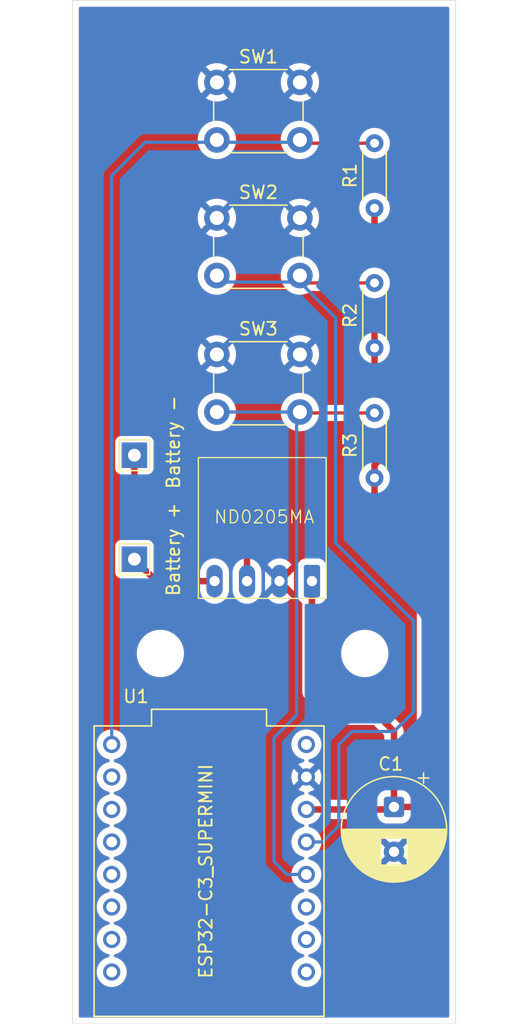
<source format=kicad_pcb>
(kicad_pcb (version 20241229) (generator "pcbnew") (generator_version "9.0")
  (layers (0 "F.Cu" signal) (2 "B.Cu" signal) (13 "F.Paste" user) (15 "B.Paste" user) (5 "F.SilkS" user "F.Silkscreen") (7 "B.SilkS" user "B.Silkscreen") (1 "F.Mask" user) (3 "B.Mask" user) (25 "Edge.Cuts" user))
  (net 0 "")
  (net 1 "Net-(J1-Pin_1)")
  (net 2 "Net-(J2-Pin_1)")
  (net 3 "3V3")
  (net 4 "GND")
  (net 5 "Net-(U1-GPIO5)")
  (net 6 "Net-(U1-GPIO4)")
  (net 7 "Net-(U1-GPIO3)")
  (footprint "Button_Switch_THT:SW_PUSH_6mm_H5mm" (layer "F.Cu") (at 150.726 59.508)
    (property "Reference" "SW1" (at 3.25 -2 0) (layer "F.SilkS"))
    (property "Value" "UP")
    (fp_line (start -0.25 1.5) (end -0.25 3) (stroke (width 0.12)) (layer "F.SilkS"))
    (fp_line (start 1 5.5) (end 5.5 5.5) (stroke (width 0.12)) (layer "F.SilkS"))
    (fp_line (start 5.5 -1) (end 1 -1) (stroke (width 0.12)) (layer "F.SilkS"))
    (fp_line (start 6.75 3) (end 6.75 1.5) (stroke (width 0.12)) (layer "F.SilkS"))
    (pad "1" thru_hole circle (at 0 0 90) (size 2 2) (drill 1.1) (layers "*.Cu" "*.Mask") (net 4 "GND"))
    (pad "1" thru_hole circle (at 6.5 0 90) (size 2 2) (drill 1.1) (layers "*.Cu" "*.Mask") (net 4 "GND"))
    (pad "2" thru_hole circle (at 0 4.5 90) (size 2 2) (drill 1.1) (layers "*.Cu" "*.Mask") (net 5 "Net-(U1-GPIO5)"))
    (pad "2" thru_hole circle (at 6.5 4.5 90) (size 2 2) (drill 1.1) (layers "*.Cu" "*.Mask") (net 5 "Net-(U1-GPIO5)"))
  )
  (footprint "Resistor_THT:R_Axial_DIN0204_L3.6mm_D1.6mm_P5.08mm_Horizontal" (layer "F.Cu") (at 163.068 69.342 90)
    (property "Reference" "R1" (at 2.54 -1.92 90) (layer "F.SilkS"))
    (property "Value" "10k")
    (fp_line (start 0.62 -0.92) (end 4.46 -0.92) (stroke (width 0.12)) (layer "F.SilkS"))
    (fp_line (start 0.62 0.92) (end 4.46 0.92) (stroke (width 0.12)) (layer "F.SilkS"))
    (pad "1" thru_hole circle (at 0 0 90) (size 1.4 1.4) (drill 0.7) (layers "*.Cu" "*.Mask") (net 3 "3V3"))
    (pad "2" thru_hole circle (at 5.08 0 90) (size 1.4 1.4) (drill 0.7) (layers "*.Cu" "*.Mask") (net 5 "Net-(U1-GPIO5)"))
  )
  (footprint "TestPoint:TestPoint_THTPad_2.0x2.0mm_Drill1.0mm" (layer "F.Cu") (at 144.272 96.774)
    (property "Reference" "J1")
    (property "Value" "Battery +" (at 3.048 -0.762 90) (layer "F.SilkS"))
    (fp_line (start -1.2 -1.2) (end 1.2 -1.2) (stroke (width 0.12)) (layer "F.SilkS"))
    (fp_line (start -1.2 1.2) (end -1.2 -1.2) (stroke (width 0.12)) (layer "F.SilkS"))
    (fp_line (start 1.2 -1.2) (end 1.2 1.2) (stroke (width 0.12)) (layer "F.SilkS"))
    (fp_line (start 1.2 1.2) (end -1.2 1.2) (stroke (width 0.12)) (layer "F.SilkS"))
    (pad "1" thru_hole rect (at 0 0) (size 2 2) (drill 1) (layers "*.Cu" "*.Mask") (net 1 "Net-(J1-Pin_1)"))
  )
  (footprint "Customs:MODULE_ESP32-C3_SUPERMINI_TH" (layer "F.Cu") (at 150.114 121.152)
    (property "Reference" "U1" (at -5.715 -13.6525 0) (layer "F.SilkS"))
    (property "Value" "ESP32-C3_SUPERMINI" (at -0.254 0.006 270) (layer "F.SilkS"))
    (fp_line (start -9 11.35) (end -9 -11.35) (stroke (width 0.127)) (layer "F.SilkS"))
    (fp_line (start -4.5 -12.65) (end -4.5 -11.35) (stroke (width 0.127)) (layer "F.SilkS"))
    (fp_line (start -4.5 -11.35) (end -9 -11.35) (stroke (width 0.127)) (layer "F.SilkS"))
    (fp_line (start 4.5 -12.65) (end -4.5 -12.65) (stroke (width 0.127)) (layer "F.SilkS"))
    (fp_line (start 4.5 -12.65) (end 4.5 -11.35) (stroke (width 0.127)) (layer "F.SilkS"))
    (fp_line (start 9 -11.35) (end 4.5 -11.35) (stroke (width 0.127)) (layer "F.SilkS"))
    (fp_line (start 9 11.35) (end -9 11.35) (stroke (width 0.127)) (layer "F.SilkS"))
    (fp_line (start 9 11.35) (end 9 -11.35) (stroke (width 0.127)) (layer "F.SilkS"))
    (pad "0" thru_hole circle (at 7.62 7.88) (size 1.348 1.348) (drill 0.84) (layers "*.Cu" "*.Mask"))
    (pad "1" thru_hole circle (at 7.62 5.34) (size 1.348 1.348) (drill 0.84) (layers "*.Cu" "*.Mask"))
    (pad "2" thru_hole circle (at 7.62 2.8) (size 1.348 1.348) (drill 0.84) (layers "*.Cu" "*.Mask"))
    (pad "3" thru_hole circle (at 7.62 0.26) (size 1.348 1.348) (drill 0.84) (layers "*.Cu" "*.Mask") (net 7 "Net-(U1-GPIO3)"))
    (pad "3.3" thru_hole circle (at 7.62 -4.82) (size 1.348 1.348) (drill 0.84) (layers "*.Cu" "*.Mask") (net 3 "3V3"))
    (pad "4" thru_hole circle (at 7.62 -2.28) (size 1.348 1.348) (drill 0.84) (layers "*.Cu" "*.Mask") (net 6 "Net-(U1-GPIO4)"))
    (pad "5" thru_hole circle (at -7.62 -9.9) (size 1.348 1.348) (drill 0.84) (layers "*.Cu" "*.Mask") (net 5 "Net-(U1-GPIO5)"))
    (pad "5V" thru_hole circle (at 7.62 -9.9) (size 1.348 1.348) (drill 0.84) (layers "*.Cu" "*.Mask"))
    (pad "6" thru_hole circle (at -7.62 -7.36) (size 1.348 1.348) (drill 0.84) (layers "*.Cu" "*.Mask"))
    (pad "7" thru_hole circle (at -7.62 -4.82) (size 1.348 1.348) (drill 0.84) (layers "*.Cu" "*.Mask"))
    (pad "8" thru_hole circle (at -7.62 -2.28) (size 1.348 1.348) (drill 0.84) (layers "*.Cu" "*.Mask"))
    (pad "9" thru_hole circle (at -7.62 0.26) (size 1.348 1.348) (drill 0.84) (layers "*.Cu" "*.Mask"))
    (pad "10" thru_hole circle (at -7.62 2.8) (size 1.348 1.348) (drill 0.84) (layers "*.Cu" "*.Mask"))
    (pad "20" thru_hole circle (at -7.62 5.34) (size 1.348 1.348) (drill 0.84) (layers "*.Cu" "*.Mask"))
    (pad "21" thru_hole circle (at -7.62 7.88) (size 1.348 1.348) (drill 0.84) (layers "*.Cu" "*.Mask"))
    (pad "G" thru_hole circle (at 7.62 -7.36) (size 1.348 1.348) (drill 0.84) (layers "*.Cu" "*.Mask") (net 4 "GND"))
  )
  (footprint "Customs:ND0205MA" (layer "F.Cu") (at 149.278 88.834)
    (property "Reference" "ND0205MA" (at 5.154 4.638 0) (layer "F.SilkS") (effects (font (thickness 0.1))))
    (property "Value" "~")
    (fp_rect (start 0 0) (end 10 11) (stroke (width 0.1)) (fill no) (layer "F.SilkS"))
    (pad "1" thru_hole oval (at 1.27 9.652 90) (size 2.54 1.27) (drill 0.8) (layers "*.Cu" "*.Mask") (net 1 "Net-(J1-Pin_1)"))
    (pad "2" thru_hole oval (at 3.81 9.652 90) (size 2.54 1.27) (drill 0.8) (layers "*.Cu" "*.Mask") (net 2 "Net-(J2-Pin_1)"))
    (pad "3" thru_hole oval (at 6.35 9.652 90) (size 2.54 1.27) (drill 0.8) (layers "*.Cu" "*.Mask") (net 4 "GND"))
    (pad "4" thru_hole roundrect (at 8.89 9.652 90) (size 2.54 1.27) (drill 0.8) (layers "*.Cu" "*.Mask") (roundrect_rratio 0.15) (net 3 "3V3"))
  )
  (footprint "Resistor_THT:R_Axial_DIN0204_L3.6mm_D1.6mm_P5.08mm_Horizontal" (layer "F.Cu") (at 163.068 80.264 90)
    (property "Reference" "R2" (at 2.54 -1.92 90) (layer "F.SilkS"))
    (property "Value" "10k")
    (fp_line (start 0.62 -0.92) (end 4.46 -0.92) (stroke (width 0.12)) (layer "F.SilkS"))
    (fp_line (start 0.62 0.92) (end 4.46 0.92) (stroke (width 0.12)) (layer "F.SilkS"))
    (pad "1" thru_hole circle (at 0 0 90) (size 1.4 1.4) (drill 0.7) (layers "*.Cu" "*.Mask") (net 3 "3V3"))
    (pad "2" thru_hole circle (at 5.08 0 90) (size 1.4 1.4) (drill 0.7) (layers "*.Cu" "*.Mask") (net 6 "Net-(U1-GPIO4)"))
  )
  (footprint "MountingHole:MountingHole_3.2mm_M3_DIN965" (layer "F.Cu") (at 146.304 104.14)
    (property "Reference" "REF**" (hide yes))
    (property "Value" "MountingHole_3.2mm_M3_DIN965")
    (pad "" np_thru_hole circle (at 0 0) (size 3.2 3.2) (drill 3.2) (layers "*.Cu" "*.Mask"))
  )
  (footprint "Capacitor_THT:CP_Radial_D8.0mm_P3.50mm" (layer "F.Cu") (at 164.592 116.134 -90)
    (property "Reference" "C1" (at -3.358 0.254 180) (layer "F.SilkS"))
    (property "Value" "1000uF")
    (fp_line (start 2.47 1.04) (end 2.47 4.017) (stroke (width 0.12)) (layer "F.SilkS"))
    (fp_line (start 2.51 1.04) (end 2.51 4.009) (stroke (width 0.12)) (layer "F.SilkS"))
    (fp_line (start 2.55 1.04) (end 2.55 4.002) (stroke (width 0.12)) (layer "F.SilkS"))
    (fp_line (start 2.59 1.04) (end 2.59 3.993) (stroke (width 0.12)) (layer "F.SilkS"))
    (fp_line (start 2.63 1.04) (end 2.63 3.985) (stroke (width 0.12)) (layer "F.SilkS"))
    (fp_line (start 2.67 1.04) (end 2.67 3.976) (stroke (width 0.12)) (layer "F.SilkS"))
    (fp_line (start 2.71 1.04) (end 2.71 3.967) (stroke (width 0.12)) (layer "F.SilkS"))
    (fp_line (start 2.75 1.04) (end 2.75 3.957) (stroke (width 0.12)) (layer "F.SilkS"))
    (fp_line (start 2.79 1.04) (end 2.79 3.947) (stroke (width 0.12)) (layer "F.SilkS"))
    (fp_line (start 2.83 1.04) (end 2.83 3.936) (stroke (width 0.12)) (layer "F.SilkS"))
    (fp_line (start 2.87 1.04) (end 2.87 3.925) (stroke (width 0.12)) (layer "F.SilkS"))
    (fp_line (start 2.91 1.04) (end 2.91 3.913) (stroke (width 0.12)) (layer "F.SilkS"))
    (fp_line (start 2.95 1.04) (end 2.95 3.901) (stroke (width 0.12)) (layer "F.SilkS"))
    (fp_line (start 2.99 1.04) (end 2.99 3.889) (stroke (width 0.12)) (layer "F.SilkS"))
    (fp_line (start 3.03 1.04) (end 3.03 3.876) (stroke (width 0.12)) (layer "F.SilkS"))
    (fp_line (start 3.07 1.04) (end 3.07 3.863) (stroke (width 0.12)) (layer "F.SilkS"))
    (fp_line (start 3.11 1.04) (end 3.11 3.849) (stroke (width 0.12)) (layer "F.SilkS"))
    (fp_line (start 3.15 1.04) (end 3.15 3.835) (stroke (width 0.12)) (layer "F.SilkS"))
    (fp_line (start 3.19 1.04) (end 3.19 3.82) (stroke (width 0.12)) (layer "F.SilkS"))
    (fp_line (start 3.23 1.04) (end 3.23 3.805) (stroke (width 0.12)) (layer "F.SilkS"))
    (fp_line (start 3.27 1.04) (end 3.27 3.789) (stroke (width 0.12)) (layer "F.SilkS"))
    (fp_line (start 3.31 1.04) (end 3.31 3.773) (stroke (width 0.12)) (layer "F.SilkS"))
    (fp_line (start 3.35 1.04) (end 3.35 3.757) (stroke (width 0.12)) (layer "F.SilkS"))
    (fp_line (start 3.39 1.04) (end 3.39 3.74) (stroke (width 0.12)) (layer "F.SilkS"))
    (fp_line (start 3.43 1.04) (end 3.43 3.722) (stroke (width 0.12)) (layer "F.SilkS"))
    (fp_line (start 3.47 1.04) (end 3.47 3.704) (stroke (width 0.12)) (layer "F.SilkS"))
    (fp_line (start 3.51 1.04) (end 3.51 3.685) (stroke (width 0.12)) (layer "F.SilkS"))
    (fp_line (start 3.55 1.04) (end 3.55 3.666) (stroke (width 0.12)) (layer "F.SilkS"))
    (fp_line (start 3.59 1.04) (end 3.59 3.646) (stroke (width 0.12)) (layer "F.SilkS"))
    (fp_line (start 3.63 1.04) (end 3.63 3.626) (stroke (width 0.12)) (layer "F.SilkS"))
    (fp_line (start 3.67 1.04) (end 3.67 3.605) (stroke (width 0.12)) (layer "F.SilkS"))
    (fp_line (start 3.71 1.04) (end 3.71 3.584) (stroke (width 0.12)) (layer "F.SilkS"))
    (fp_line (start 3.75 1.04) (end 3.75 3.562) (stroke (width 0.12)) (layer "F.SilkS"))
    (fp_line (start 3.79 1.04) (end 3.79 3.539) (stroke (width 0.12)) (layer "F.SilkS"))
    (fp_line (start 3.83 1.04) (end 3.83 3.516) (stroke (width 0.12)) (layer "F.SilkS"))
    (fp_line (start 3.87 1.04) (end 3.87 3.493) (stroke (width 0.12)) (layer "F.SilkS"))
    (fp_line (start 3.91 1.04) (end 3.91 3.468) (stroke (width 0.12)) (layer "F.SilkS"))
    (fp_line (start 3.95 1.04) (end 3.95 3.443) (stroke (width 0.12)) (layer "F.SilkS"))
    (fp_line (start 3.99 1.04) (end 3.99 3.418) (stroke (width 0.12)) (layer "F.SilkS"))
    (fp_line (start 4.03 1.04) (end 4.03 3.392) (stroke (width 0.12)) (layer "F.SilkS"))
    (fp_line (start 4.07 1.04) (end 4.07 3.365) (stroke (width 0.12)) (layer "F.SilkS"))
    (fp_line (start 4.11 1.04) (end 4.11 3.337) (stroke (width 0.12)) (layer "F.SilkS"))
    (fp_line (start 4.15 1.04) (end 4.15 3.309) (stroke (width 0.12)) (layer "F.SilkS"))
    (fp_line (start 4.19 1.04) (end 4.19 3.28) (stroke (width 0.12)) (layer "F.SilkS"))
    (fp_line (start 4.23 1.04) (end 4.23 3.25) (stroke (width 0.12)) (layer "F.SilkS"))
    (fp_line (start 4.27 1.04) (end 4.27 3.219) (stroke (width 0.12)) (layer "F.SilkS"))
    (fp_line (start 4.31 1.04) (end 4.31 3.188) (stroke (width 0.12)) (layer "F.SilkS"))
    (fp_line (start 4.35 1.04) (end 4.35 3.156) (stroke (width 0.12)) (layer "F.SilkS"))
    (fp_line (start 4.39 1.04) (end 4.39 3.123) (stroke (width 0.12)) (layer "F.SilkS"))
    (fp_line (start 4.43 1.04) (end 4.43 3.089) (stroke (width 0.12)) (layer "F.SilkS"))
    (fp_line (start 4.47 1.04) (end 4.47 3.055) (stroke (width 0.12)) (layer "F.SilkS"))
    (fp_line (start 4.51 1.04) (end 4.51 3.019) (stroke (width 0.12)) (layer "F.SilkS"))
    (fp_line (start 5.83 -0.533) (end 5.83 0.533) (stroke (width 0.12)) (layer "F.SilkS"))
    (fp_line (start 5.79 -0.768) (end 5.79 0.768) (stroke (width 0.12)) (layer "F.SilkS"))
    (fp_line (start 5.75 -0.947) (end 5.75 0.947) (stroke (width 0.12)) (layer "F.SilkS"))
    (fp_line (start 5.71 -1.097) (end 5.71 1.097) (stroke (width 0.12)) (layer "F.SilkS"))
    (fp_line (start 5.67 -1.228) (end 5.67 1.228) (stroke (width 0.12)) (layer "F.SilkS"))
    (fp_line (start 5.63 -1.346) (end 5.63 1.346) (stroke (width 0.12)) (layer "F.SilkS"))
    (fp_line (start 5.59 -1.453) (end 5.59 1.453) (stroke (width 0.12)) (layer "F.SilkS"))
    (fp_line (start 5.55 -1.552) (end 5.55 1.552) (stroke (width 0.12)) (layer "F.SilkS"))
    (fp_line (start 5.51 -1.644) (end 5.51 1.644) (stroke (width 0.12)) (layer "F.SilkS"))
    (fp_line (start 5.47 -1.731) (end 5.47 1.731) (stroke (width 0.12)) (layer "F.SilkS"))
    (fp_line (start 5.43 -1.813) (end 5.43 1.813) (stroke (width 0.12)) (layer "F.SilkS"))
    (fp_line (start 5.39 -1.89) (end 5.39 1.89) (stroke (width 0.12)) (layer "F.SilkS"))
    (fp_line (start 5.35 -1.964) (end 5.35 1.964) (stroke (width 0.12)) (layer "F.SilkS"))
    (fp_line (start 5.31 -2.034) (end 5.31 2.034) (stroke (width 0.12)) (layer "F.SilkS"))
    (fp_line (start 5.27 -2.101) (end 5.27 2.101) (stroke (width 0.12)) (layer "F.SilkS"))
    (fp_line (start 5.23 -2.165) (end 5.23 2.165) (stroke (width 0.12)) (layer "F.SilkS"))
    (fp_line (start 5.19 -2.227) (end 5.19 2.227) (stroke (width 0.12)) (layer "F.SilkS"))
    (fp_line (start 5.15 -2.287) (end 5.15 2.287) (stroke (width 0.12)) (layer "F.SilkS"))
    (fp_line (start -2.659698 -2.315) (end -1.859698 -2.315) (stroke (width 0.12)) (layer "F.SilkS"))
    (fp_line (start 5.11 -2.344) (end 5.11 2.344) (stroke (width 0.12)) (layer "F.SilkS"))
    (fp_line (start 5.07 -2.4) (end 5.07 2.4) (stroke (width 0.12)) (layer "F.SilkS"))
    (fp_line (start 5.03 -2.453) (end 5.03 2.453) (stroke (width 0.12)) (layer "F.SilkS"))
    (fp_line (start 4.99 -2.505) (end 4.99 2.505) (stroke (width 0.12)) (layer "F.SilkS"))
    (fp_line (start 4.95 -2.555) (end 4.95 2.555) (stroke (width 0.12)) (layer "F.SilkS"))
    (fp_line (start 4.91 -2.604) (end 4.91 2.604) (stroke (width 0.12)) (layer "F.SilkS"))
    (fp_line (start 4.87 -2.651) (end 4.87 2.651) (stroke (width 0.12)) (layer "F.SilkS"))
    (fp_line (start 4.83 -2.696) (end 4.83 2.696) (stroke (width 0.12)) (layer "F.SilkS"))
    (fp_line (start -2.259698 -2.715) (end -2.259698 -1.915) (stroke (width 0.12)) (layer "F.SilkS"))
    (fp_line (start 4.79 -2.741) (end 4.79 2.741) (stroke (width 0.12)) (layer "F.SilkS"))
    (fp_line (start 4.75 -2.784) (end 4.75 2.784) (stroke (width 0.12)) (layer "F.SilkS"))
    (fp_line (start 4.71 -2.826) (end 4.71 2.826) (stroke (width 0.12)) (layer "F.SilkS"))
    (fp_line (start 4.67 -2.867) (end 4.67 2.867) (stroke (width 0.12)) (layer "F.SilkS"))
    (fp_line (start 4.63 -2.906) (end 4.63 2.906) (stroke (width 0.12)) (layer "F.SilkS"))
    (fp_line (start 4.59 -2.945) (end 4.59 2.945) (stroke (width 0.12)) (layer "F.SilkS"))
    (fp_line (start 4.55 -2.982) (end 4.55 2.982) (stroke (width 0.12)) (layer "F.SilkS"))
    (fp_line (start 4.51 -3.019) (end 4.51 -1.04) (stroke (width 0.12)) (layer "F.SilkS"))
    (fp_line (start 4.47 -3.055) (end 4.47 -1.04) (stroke (width 0.12)) (layer "F.SilkS"))
    (fp_line (start 4.43 -3.089) (end 4.43 -1.04) (stroke (width 0.12)) (layer "F.SilkS"))
    (fp_line (start 4.39 -3.123) (end 4.39 -1.04) (stroke (width 0.12)) (layer "F.SilkS"))
    (fp_line (start 4.35 -3.156) (end 4.35 -1.04) (stroke (width 0.12)) (layer "F.SilkS"))
    (fp_line (start 4.31 -3.188) (end 4.31 -1.04) (stroke (width 0.12)) (layer "F.SilkS"))
    (fp_line (start 4.27 -3.219) (end 4.27 -1.04) (stroke (width 0.12)) (layer "F.SilkS"))
    (fp_line (start 4.23 -3.25) (end 4.23 -1.04) (stroke (width 0.12)) (layer "F.SilkS"))
    (fp_line (start 4.19 -3.28) (end 4.19 -1.04) (stroke (width 0.12)) (layer "F.SilkS"))
    (fp_line (start 4.15 -3.309) (end 4.15 -1.04) (stroke (width 0.12)) (layer "F.SilkS"))
    (fp_line (start 4.11 -3.337) (end 4.11 -1.04) (stroke (width 0.12)) (layer "F.SilkS"))
    (fp_line (start 4.07 -3.365) (end 4.07 -1.04) (stroke (width 0.12)) (layer "F.SilkS"))
    (fp_line (start 4.03 -3.392) (end 4.03 -1.04) (stroke (width 0.12)) (layer "F.SilkS"))
    (fp_line (start 3.99 -3.418) (end 3.99 -1.04) (stroke (width 0.12)) (layer "F.SilkS"))
    (fp_line (start 3.95 -3.443) (end 3.95 -1.04) (stroke (width 0.12)) (layer "F.SilkS"))
    (fp_line (start 3.91 -3.468) (end 3.91 -1.04) (stroke (width 0.12)) (layer "F.SilkS"))
    (fp_line (start 3.87 -3.493) (end 3.87 -1.04) (stroke (width 0.12)) (layer "F.SilkS"))
    (fp_line (start 3.83 -3.516) (end 3.83 -1.04) (stroke (width 0.12)) (layer "F.SilkS"))
    (fp_line (start 3.79 -3.539) (end 3.79 -1.04) (stroke (width 0.12)) (layer "F.SilkS"))
    (fp_line (start 3.75 -3.562) (end 3.75 -1.04) (stroke (width 0.12)) (layer "F.SilkS"))
    (fp_line (start 3.71 -3.584) (end 3.71 -1.04) (stroke (width 0.12)) (layer "F.SilkS"))
    (fp_line (start 3.67 -3.605) (end 3.67 -1.04) (stroke (width 0.12)) (layer "F.SilkS"))
    (fp_line (start 3.63 -3.626) (end 3.63 -1.04) (stroke (width 0.12)) (layer "F.SilkS"))
    (fp_line (start 3.59 -3.646) (end 3.59 -1.04) (stroke (width 0.12)) (layer "F.SilkS"))
    (fp_line (start 3.55 -3.666) (end 3.55 -1.04) (stroke (width 0.12)) (layer "F.SilkS"))
    (fp_line (start 3.51 -3.685) (end 3.51 -1.04) (stroke (width 0.12)) (layer "F.SilkS"))
    (fp_line (start 3.47 -3.704) (end 3.47 -1.04) (stroke (width 0.12)) (layer "F.SilkS"))
    (fp_line (start 3.43 -3.722) (end 3.43 -1.04) (stroke (width 0.12)) (layer "F.SilkS"))
    (fp_line (start 3.39 -3.74) (end 3.39 -1.04) (stroke (width 0.12)) (layer "F.SilkS"))
    (fp_line (start 3.35 -3.757) (end 3.35 -1.04) (stroke (width 0.12)) (layer "F.SilkS"))
    (fp_line (start 3.31 -3.773) (end 3.31 -1.04) (stroke (width 0.12)) (layer "F.SilkS"))
    (fp_line (start 3.27 -3.789) (end 3.27 -1.04) (stroke (width 0.12)) (layer "F.SilkS"))
    (fp_line (start 3.23 -3.805) (end 3.23 -1.04) (stroke (width 0.12)) (layer "F.SilkS"))
    (fp_line (start 3.19 -3.82) (end 3.19 -1.04) (stroke (width 0.12)) (layer "F.SilkS"))
    (fp_line (start 3.15 -3.835) (end 3.15 -1.04) (stroke (width 0.12)) (layer "F.SilkS"))
    (fp_line (start 3.11 -3.849) (end 3.11 -1.04) (stroke (width 0.12)) (layer "F.SilkS"))
    (fp_line (start 3.07 -3.863) (end 3.07 -1.04) (stroke (width 0.12)) (layer "F.SilkS"))
    (fp_line (start 3.03 -3.876) (end 3.03 -1.04) (stroke (width 0.12)) (layer "F.SilkS"))
    (fp_line (start 2.99 -3.889) (end 2.99 -1.04) (stroke (width 0.12)) (layer "F.SilkS"))
    (fp_line (start 2.95 -3.901) (end 2.95 -1.04) (stroke (width 0.12)) (layer "F.SilkS"))
    (fp_line (start 2.91 -3.913) (end 2.91 -1.04) (stroke (width 0.12)) (layer "F.SilkS"))
    (fp_line (start 2.87 -3.925) (end 2.87 -1.04) (stroke (width 0.12)) (layer "F.SilkS"))
    (fp_line (start 2.83 -3.936) (end 2.83 -1.04) (stroke (width 0.12)) (layer "F.SilkS"))
    (fp_line (start 2.79 -3.947) (end 2.79 -1.04) (stroke (width 0.12)) (layer "F.SilkS"))
    (fp_line (start 2.75 -3.957) (end 2.75 -1.04) (stroke (width 0.12)) (layer "F.SilkS"))
    (fp_line (start 2.71 -3.967) (end 2.71 -1.04) (stroke (width 0.12)) (layer "F.SilkS"))
    (fp_line (start 2.67 -3.976) (end 2.67 -1.04) (stroke (width 0.12)) (layer "F.SilkS"))
    (fp_line (start 2.63 -3.985) (end 2.63 -1.04) (stroke (width 0.12)) (layer "F.SilkS"))
    (fp_line (start 2.59 -3.993) (end 2.59 -1.04) (stroke (width 0.12)) (layer "F.SilkS"))
    (fp_line (start 2.55 -4.002) (end 2.55 -1.04) (stroke (width 0.12)) (layer "F.SilkS"))
    (fp_line (start 2.51 -4.009) (end 2.51 -1.04) (stroke (width 0.12)) (layer "F.SilkS"))
    (fp_line (start 2.47 -4.017) (end 2.47 -1.04) (stroke (width 0.12)) (layer "F.SilkS"))
    (fp_line (start 2.43 -4.023) (end 2.43 4.023) (stroke (width 0.12)) (layer "F.SilkS"))
    (fp_line (start 2.39 -4.03) (end 2.39 4.03) (stroke (width 0.12)) (layer "F.SilkS"))
    (fp_line (start 2.35 -4.036) (end 2.35 4.036) (stroke (width 0.12)) (layer "F.SilkS"))
    (fp_line (start 2.31 -4.042) (end 2.31 4.042) (stroke (width 0.12)) (layer "F.SilkS"))
    (fp_line (start 2.27 -4.047) (end 2.27 4.047) (stroke (width 0.12)) (layer "F.SilkS"))
    (fp_line (start 2.23 -4.052) (end 2.23 4.052) (stroke (width 0.12)) (layer "F.SilkS"))
    (fp_line (start 2.19 -4.056) (end 2.19 4.056) (stroke (width 0.12)) (layer "F.SilkS"))
    (fp_line (start 2.15 -4.061) (end 2.15 4.061) (stroke (width 0.12)) (layer "F.SilkS"))
    (fp_line (start 2.11 -4.064) (end 2.11 4.064) (stroke (width 0.12)) (layer "F.SilkS"))
    (fp_line (start 2.07 -4.068) (end 2.07 4.068) (stroke (width 0.12)) (layer "F.SilkS"))
    (fp_line (start 2.03 -4.07) (end 2.03 4.07) (stroke (width 0.12)) (layer "F.SilkS"))
    (fp_line (start 1.99 -4.073) (end 1.99 4.073) (stroke (width 0.12)) (layer "F.SilkS"))
    (fp_line (start 1.95 -4.075) (end 1.95 4.075) (stroke (width 0.12)) (layer "F.SilkS"))
    (fp_line (start 1.91 -4.077) (end 1.91 4.077) (stroke (width 0.12)) (layer "F.SilkS"))
    (fp_line (start 1.87 -4.078) (end 1.87 4.078) (stroke (width 0.12)) (layer "F.SilkS"))
    (fp_line (start 1.83 -4.079) (end 1.83 4.079) (stroke (width 0.12)) (layer "F.SilkS"))
    (fp_line (start 1.75 -4.08) (end 1.75 4.08) (stroke (width 0.12)) (layer "F.SilkS"))
    (fp_line (start 1.79 -4.08) (end 1.79 4.08) (stroke (width 0.12)) (layer "F.SilkS"))
    (fp_circle (center 1.75 0) (end 5.87 0) (stroke (width 0.12)) (fill no) (layer "F.SilkS"))
    (pad "1" thru_hole roundrect (at 0 0 270) (size 1.6 1.6) (drill 0.8) (layers "*.Cu" "*.Mask") (roundrect_rratio 0.15625) (net 3 "3V3"))
    (pad "2" thru_hole circle (at 3.5 0 270) (size 1.6 1.6) (drill 0.8) (layers "*.Cu" "*.Mask") (net 4 "GND"))
  )
  (footprint "TestPoint:TestPoint_THTPad_2.0x2.0mm_Drill1.0mm" (layer "F.Cu") (at 144.272 88.646)
    (property "Reference" "J2")
    (property "Value" "Battery -" (at 3.048 -1.016 90) (layer "F.SilkS"))
    (fp_line (start -1.2 -1.2) (end 1.2 -1.2) (stroke (width 0.12)) (layer "F.SilkS"))
    (fp_line (start -1.2 1.2) (end -1.2 -1.2) (stroke (width 0.12)) (layer "F.SilkS"))
    (fp_line (start 1.2 -1.2) (end 1.2 1.2) (stroke (width 0.12)) (layer "F.SilkS"))
    (fp_line (start 1.2 1.2) (end -1.2 1.2) (stroke (width 0.12)) (layer "F.SilkS"))
    (pad "1" thru_hole rect (at 0 0) (size 2 2) (drill 1) (layers "*.Cu" "*.Mask") (net 2 "Net-(J2-Pin_1)"))
  )
  (footprint "Button_Switch_THT:SW_PUSH_6mm_H5mm" (layer "F.Cu") (at 150.726 70.104)
    (property "Reference" "SW2" (at 3.25 -2 0) (layer "F.SilkS"))
    (property "Value" "STOP")
    (fp_line (start -0.25 1.5) (end -0.25 3) (stroke (width 0.12)) (layer "F.SilkS"))
    (fp_line (start 1 5.5) (end 5.5 5.5) (stroke (width 0.12)) (layer "F.SilkS"))
    (fp_line (start 5.5 -1) (end 1 -1) (stroke (width 0.12)) (layer "F.SilkS"))
    (fp_line (start 6.75 3) (end 6.75 1.5) (stroke (width 0.12)) (layer "F.SilkS"))
    (pad "1" thru_hole circle (at 0 0 90) (size 2 2) (drill 1.1) (layers "*.Cu" "*.Mask") (net 4 "GND"))
    (pad "1" thru_hole circle (at 6.5 0 90) (size 2 2) (drill 1.1) (layers "*.Cu" "*.Mask") (net 4 "GND"))
    (pad "2" thru_hole circle (at 0 4.5 90) (size 2 2) (drill 1.1) (layers "*.Cu" "*.Mask") (net 6 "Net-(U1-GPIO4)"))
    (pad "2" thru_hole circle (at 6.5 4.5 90) (size 2 2) (drill 1.1) (layers "*.Cu" "*.Mask") (net 6 "Net-(U1-GPIO4)"))
  )
  (footprint "Button_Switch_THT:SW_PUSH_6mm_H5mm" (layer "F.Cu") (at 150.726 80.772)
    (property "Reference" "SW3" (at 3.25 -2 0) (layer "F.SilkS"))
    (property "Value" "DOWN")
    (fp_line (start -0.25 1.5) (end -0.25 3) (stroke (width 0.12)) (layer "F.SilkS"))
    (fp_line (start 1 5.5) (end 5.5 5.5) (stroke (width 0.12)) (layer "F.SilkS"))
    (fp_line (start 5.5 -1) (end 1 -1) (stroke (width 0.12)) (layer "F.SilkS"))
    (fp_line (start 6.75 3) (end 6.75 1.5) (stroke (width 0.12)) (layer "F.SilkS"))
    (pad "1" thru_hole circle (at 0 0 90) (size 2 2) (drill 1.1) (layers "*.Cu" "*.Mask") (net 4 "GND"))
    (pad "1" thru_hole circle (at 6.5 0 90) (size 2 2) (drill 1.1) (layers "*.Cu" "*.Mask") (net 4 "GND"))
    (pad "2" thru_hole circle (at 0 4.5 90) (size 2 2) (drill 1.1) (layers "*.Cu" "*.Mask") (net 7 "Net-(U1-GPIO3)"))
    (pad "2" thru_hole circle (at 6.5 4.5 90) (size 2 2) (drill 1.1) (layers "*.Cu" "*.Mask") (net 7 "Net-(U1-GPIO3)"))
  )
  (footprint "MountingHole:MountingHole_3.2mm_M3_DIN965" (layer "F.Cu") (at 162.306 104.14)
    (property "Reference" "REF**" (hide yes))
    (property "Value" "MountingHole_3.2mm_M3_DIN965")
    (pad "" np_thru_hole circle (at 0 0) (size 3.2 3.2) (drill 3.2) (layers "*.Cu" "*.Mask"))
  )
  (footprint "Resistor_THT:R_Axial_DIN0204_L3.6mm_D1.6mm_P5.08mm_Horizontal" (layer "F.Cu") (at 163.068 90.424 90)
    (property "Reference" "R3" (at 2.54 -1.92 90) (layer "F.SilkS"))
    (property "Value" "10k")
    (fp_line (start 0.62 -0.92) (end 4.46 -0.92) (stroke (width 0.12)) (layer "F.SilkS"))
    (fp_line (start 0.62 0.92) (end 4.46 0.92) (stroke (width 0.12)) (layer "F.SilkS"))
    (pad "1" thru_hole circle (at 0 0 90) (size 1.4 1.4) (drill 0.7) (layers "*.Cu" "*.Mask") (net 3 "3V3"))
    (pad "2" thru_hole circle (at 5.08 0 90) (size 1.4 1.4) (drill 0.7) (layers "*.Cu" "*.Mask") (net 7 "Net-(U1-GPIO3)"))
  )
  (gr_rect (start 139.418 53.096) (end 169.418 133.096) (stroke (width 0.05)) (fill no) (layer "Edge.Cuts"))
  (segment (start 145.984 98.486) (end 144.272 96.774) (width 0.508) (layer "F.Cu") (net 1))
  (segment (start 150.548 98.486) (end 145.984 98.486) (width 0.508) (layer "F.Cu") (net 1))
  (segment (start 144.272 88.646) (end 144.272 90.678) (width 0.508) (layer "F.Cu") (net 2))
  (segment (start 144.272 90.678) (end 146.05 92.456) (width 0.508) (layer "F.Cu") (net 2))
  (segment (start 151.13 92.456) (end 153.088 94.414) (width 0.508) (layer "F.Cu") (net 2))
  (segment (start 153.088 94.414) (end 153.088 98.486) (width 0.508) (layer "F.Cu") (net 2))
  (segment (start 146.05 92.456) (end 151.13 92.456) (width 0.508) (layer "F.Cu") (net 2))
  (segment (start 163.068 81.534) (end 163.068 80.264) (width 0.508) (layer "F.Cu") (net 3))
  (segment (start 163.068 78.74) (end 165.608 76.2) (width 0.508) (layer "F.Cu") (net 3))
  (segment (start 163.068 80.264) (end 163.068 78.74) (width 0.508) (layer "F.Cu") (net 3))
  (segment (start 160.02 108.966) (end 163.322 108.966) (width 0.508) (layer "F.Cu") (net 3))
  (segment (start 164.592 110.236) (end 164.592 116.134) (width 0.508) (layer "F.Cu") (net 3))
  (segment (start 165.608 76.2) (end 165.608 73.152) (width 0.508) (layer "F.Cu") (net 3))
  (segment (start 164.592 116.134) (end 166.314 116.134) (width 0.508) (layer "F.Cu") (net 3))
  (segment (start 166.314 116.134) (end 167.132 115.316) (width 0.508) (layer "F.Cu") (net 3))
  (segment (start 165.608 86.868) (end 165.608 84.074) (width 0.508) (layer "F.Cu") (net 3))
  (segment (start 164.592 116.134) (end 164.14 116.134) (width 0.508) (layer "F.Cu") (net 3))
  (segment (start 165.608 73.152) (end 163.068 70.612) (width 0.508) (layer "F.Cu") (net 3))
  (segment (start 163.068 94.996) (end 163.068 90.424) (width 0.508) (layer "F.Cu") (net 3))
  (segment (start 164.14 116.134) (end 163.942 116.332) (width 0.508) (layer "F.Cu") (net 3))
  (segment (start 163.068 70.612) (end 163.068 69.342) (width 0.508) (layer "F.Cu") (net 3))
  (segment (start 163.322 108.966) (end 164.592 110.236) (width 0.508) (layer "F.Cu") (net 3))
  (segment (start 158.168 107.114) (end 160.02 108.966) (width 0.508) (layer "F.Cu") (net 3))
  (segment (start 165.608 84.074) (end 163.068 81.534) (width 0.508) (layer "F.Cu") (net 3))
  (segment (start 163.942 116.332) (end 157.734 116.332) (width 0.508) (layer "F.Cu") (net 3))
  (segment (start 163.068 89.408) (end 165.608 86.868) (width 0.508) (layer "F.Cu") (net 3))
  (segment (start 167.132 99.06) (end 163.068 94.996) (width 0.508) (layer "F.Cu") (net 3))
  (segment (start 167.132 115.316) (end 167.132 99.06) (width 0.508) (layer "F.Cu") (net 3))
  (segment (start 158.168 98.486) (end 158.168 107.114) (width 0.508) (layer "F.Cu") (net 3))
  (segment (start 163.068 90.424) (end 163.068 89.408) (width 0.508) (layer "F.Cu") (net 3))
  (segment (start 163.068 64.262) (end 157.298 64.262) (width 0.254) (layer "F.Cu") (net 5))
  (segment (start 157.298 64.262) (end 157.226 64.19) (width 0.2) (layer "F.Cu") (net 5))
  (segment (start 150.726 64.19) (end 145.106 64.19) (width 0.254) (layer "B.Cu") (net 5))
  (segment (start 142.494 66.802) (end 142.494 111.252) (width 0.254) (layer "B.Cu") (net 5))
  (segment (start 150.726 64.19) (end 157.226 64.19) (width 0.254) (layer "B.Cu") (net 5))
  (segment (start 145.106 64.19) (end 142.494 66.802) (width 0.254) (layer "B.Cu") (net 5))
  (segment (start 157.298 75.184) (end 157.226 75.112) (width 0.2) (layer "F.Cu") (net 6))
  (segment (start 163.068 75.184) (end 157.298 75.184) (width 0.254) (layer "F.Cu") (net 6))
  (segment (start 164.592 110.236) (end 161.29 110.236) (width 0.254) (layer "B.Cu") (net 6))
  (segment (start 160.274 117.602) (end 159.004 118.872) (width 0.254) (layer "B.Cu") (net 6))
  (segment (start 166.116 108.712) (end 164.592 110.236) (width 0.254) (layer "B.Cu") (net 6))
  (segment (start 160.02 95.504) (end 166.116 101.6) (width 0.254) (layer "B.Cu") (net 6))
  (segment (start 150.726 75.112) (end 157.226 75.112) (width 0.254) (layer "B.Cu") (net 6))
  (segment (start 160.274 111.252) (end 160.274 117.602) (width 0.254) (layer "B.Cu") (net 6))
  (segment (start 160.02 77.906) (end 160.02 95.504) (width 0.254) (layer "B.Cu") (net 6))
  (segment (start 166.116 101.6) (end 166.116 108.712) (width 0.254) (layer "B.Cu") (net 6))
  (segment (start 157.226 75.112) (end 160.02 77.906) (width 0.254) (layer "B.Cu") (net 6))
  (segment (start 161.29 110.236) (end 160.274 111.252) (width 0.254) (layer "B.Cu") (net 6))
  (segment (start 159.004 118.872) (end 157.734 118.872) (width 0.254) (layer "B.Cu") (net 6))
  (segment (start 157.298 85.344) (end 157.226 85.272) (width 0.2) (layer "F.Cu") (net 7))
  (segment (start 163.068 85.344) (end 157.298 85.344) (width 0.254) (layer "F.Cu") (net 7))
  (segment (start 156.972 108.966) (end 155.194 110.744) (width 0.254) (layer "B.Cu") (net 7))
  (segment (start 156.972 85.526) (end 156.972 108.966) (width 0.254) (layer "B.Cu") (net 7))
  (segment (start 156.21 121.412) (end 157.734 121.412) (width 0.254) (layer "B.Cu") (net 7))
  (segment (start 155.194 120.396) (end 156.21 121.412) (width 0.254) (layer "B.Cu") (net 7))
  (segment (start 150.726 85.272) (end 157.226 85.272) (width 0.254) (layer "B.Cu") (net 7))
  (segment (start 157.226 85.272) (end 156.972 85.526) (width 0.2) (layer "B.Cu") (net 7))
  (segment (start 155.194 110.744) (end 155.194 120.396) (width 0.254) (layer "B.Cu") (net 7))
  (zone (net 4) (net_name "GND") (layer "F.Cu") (connect_pads (clearance 0.5)) (min_thickness 0.25) (fill yes (thermal_gap 0.5) (thermal_bridge_width 0.5))
    (polygon (pts (xy 139.446 53.086) (xy 169.418 53.086) (xy 169.418 133.096) (xy 139.446 133.096)))
  )
  (zone (net 4) (net_name "GND") (layer "B.Cu") (priority 1) (connect_pads (clearance 0.5)) (min_thickness 0.25) (fill yes (thermal_gap 0.5) (thermal_bridge_width 0.5))
    (polygon (pts (xy 139.446 53.086) (xy 169.418 53.086) (xy 169.418 133.096) (xy 139.446 133.096)))
  )
)
</source>
